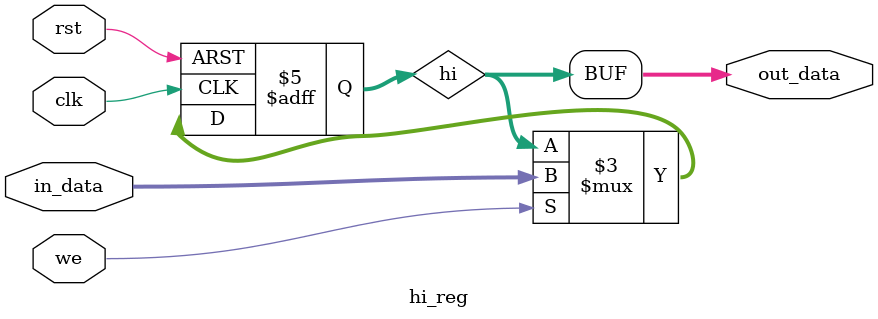
<source format=v>
`timescale 1ns / 1ps
module hi_reg(
    input clk,
    input rst,
    input we,
    input [31:0] in_data,
    output [31:0] out_data
    );
    
    reg [31:0]hi=32'b0;
    always @ (posedge clk or posedge rst) 
    begin
        if (rst) 
        begin
        hi<=32'b0;
        end
        else
        if(we)
        begin
        hi<=in_data;
        end
     end
     assign out_data=hi;
endmodule

</source>
